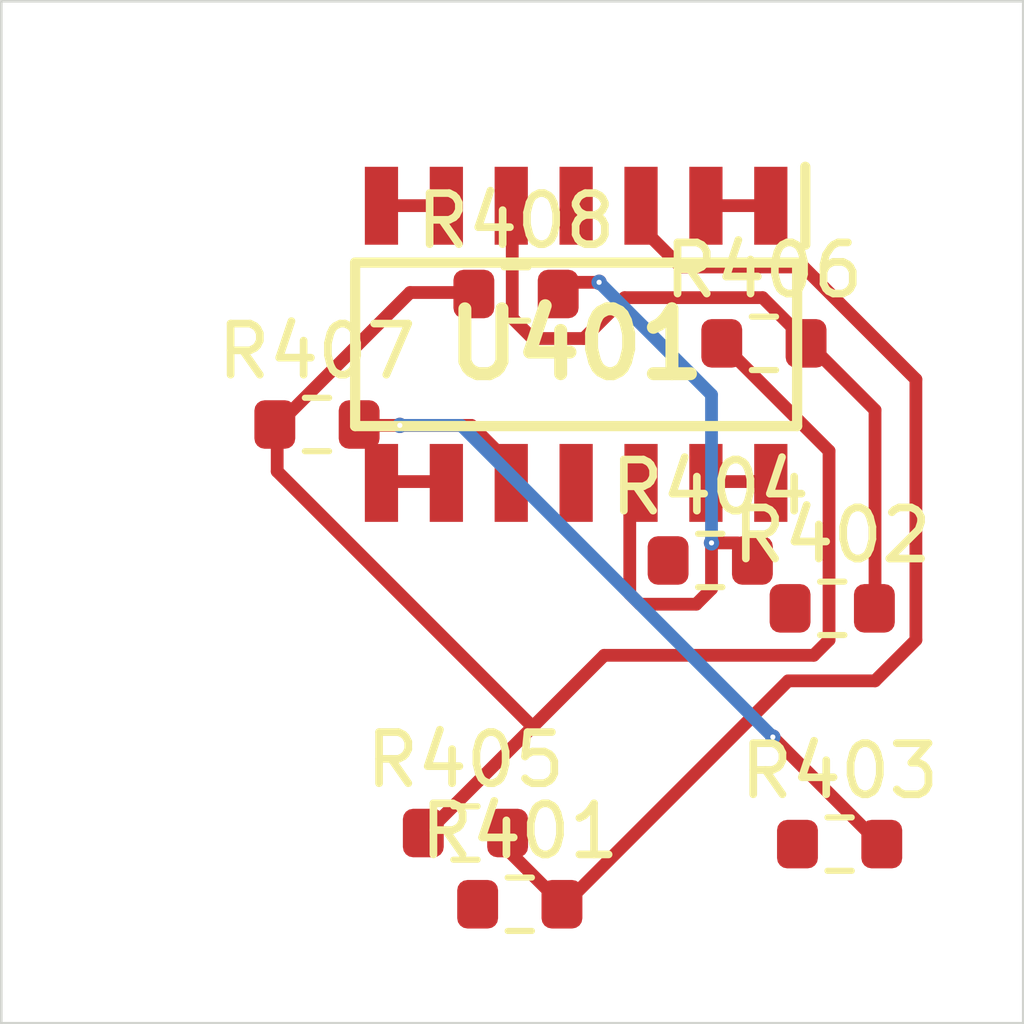
<source format=kicad_pcb>
 ( kicad_pcb  ( version 20171130 )
 ( host pcbnew 5.1.12-84ad8e8a86~92~ubuntu18.04.1 )
 ( general  ( thickness 1.6 )
 ( drawings 4 )
 ( tracks 0 )
 ( zones 0 )
 ( modules 9 )
 ( nets 14 )
)
 ( page A4 )
 ( layers  ( 0 F.Cu signal )
 ( 31 B.Cu signal )
 ( 32 B.Adhes user )
 ( 33 F.Adhes user )
 ( 34 B.Paste user )
 ( 35 F.Paste user )
 ( 36 B.SilkS user )
 ( 37 F.SilkS user )
 ( 38 B.Mask user )
 ( 39 F.Mask user )
 ( 40 Dwgs.User user )
 ( 41 Cmts.User user )
 ( 42 Eco1.User user )
 ( 43 Eco2.User user )
 ( 44 Edge.Cuts user )
 ( 45 Margin user )
 ( 46 B.CrtYd user )
 ( 47 F.CrtYd user )
 ( 48 B.Fab user )
 ( 49 F.Fab user )
)
 ( setup  ( last_trace_width 0.25 )
 ( trace_clearance 0.2 )
 ( zone_clearance 0.508 )
 ( zone_45_only no )
 ( trace_min 0.2 )
 ( via_size 0.8 )
 ( via_drill 0.4 )
 ( via_min_size 0.4 )
 ( via_min_drill 0.3 )
 ( uvia_size 0.3 )
 ( uvia_drill 0.1 )
 ( uvias_allowed no )
 ( uvia_min_size 0.2 )
 ( uvia_min_drill 0.1 )
 ( edge_width 0.05 )
 ( segment_width 0.2 )
 ( pcb_text_width 0.3 )
 ( pcb_text_size 1.5 1.5 )
 ( mod_edge_width 0.12 )
 ( mod_text_size 1 1 )
 ( mod_text_width 0.15 )
 ( pad_size 1.524 1.524 )
 ( pad_drill 0.762 )
 ( pad_to_mask_clearance 0 )
 ( aux_axis_origin 0 0 )
 ( visible_elements FFFFFF7F )
 ( pcbplotparams  ( layerselection 0x010fc_ffffffff )
 ( usegerberextensions false )
 ( usegerberattributes true )
 ( usegerberadvancedattributes true )
 ( creategerberjobfile true )
 ( excludeedgelayer true )
 ( linewidth 0.100000 )
 ( plotframeref false )
 ( viasonmask false )
 ( mode 1 )
 ( useauxorigin false )
 ( hpglpennumber 1 )
 ( hpglpenspeed 20 )
 ( hpglpendiameter 15.000000 )
 ( psnegative false )
 ( psa4output false )
 ( plotreference true )
 ( plotvalue true )
 ( plotinvisibletext false )
 ( padsonsilk false )
 ( subtractmaskfromsilk false )
 ( outputformat 1 )
 ( mirror false )
 ( drillshape 1 )
 ( scaleselection 1 )
 ( outputdirectory "" )
)
)
 ( net 0 "" )
 ( net 1 /Sheet6235D886/vp )
 ( net 2 /Sheet6248AD22/chn0 )
 ( net 3 /Sheet6248AD22/chn1 )
 ( net 4 /Sheet6248AD22/chn2 )
 ( net 5 /Sheet6248AD22/chn3 )
 ( net 6 "Net-(R401-Pad2)" )
 ( net 7 "Net-(R402-Pad2)" )
 ( net 8 "Net-(R403-Pad2)" )
 ( net 9 "Net-(R404-Pad2)" )
 ( net 10 /Sheet6248AD22/chn0_n )
 ( net 11 /Sheet6248AD22/chn1_n )
 ( net 12 /Sheet6248AD22/chn2_n )
 ( net 13 /Sheet6248AD22/chn3_n )
 ( net_class Default "This is the default net class."  ( clearance 0.2 )
 ( trace_width 0.25 )
 ( via_dia 0.8 )
 ( via_drill 0.4 )
 ( uvia_dia 0.3 )
 ( uvia_drill 0.1 )
 ( add_net /Sheet6235D886/vp )
 ( add_net /Sheet6248AD22/chn0 )
 ( add_net /Sheet6248AD22/chn0_n )
 ( add_net /Sheet6248AD22/chn1 )
 ( add_net /Sheet6248AD22/chn1_n )
 ( add_net /Sheet6248AD22/chn2 )
 ( add_net /Sheet6248AD22/chn2_n )
 ( add_net /Sheet6248AD22/chn3 )
 ( add_net /Sheet6248AD22/chn3_n )
 ( add_net "Net-(R401-Pad2)" )
 ( add_net "Net-(R402-Pad2)" )
 ( add_net "Net-(R403-Pad2)" )
 ( add_net "Net-(R404-Pad2)" )
)
 ( module Resistor_SMD:R_0603_1608Metric  ( layer F.Cu )
 ( tedit 5F68FEEE )
 ( tstamp 623425C8 )
 ( at 90.148000 117.672000 )
 ( descr "Resistor SMD 0603 (1608 Metric), square (rectangular) end terminal, IPC_7351 nominal, (Body size source: IPC-SM-782 page 72, https://www.pcb-3d.com/wordpress/wp-content/uploads/ipc-sm-782a_amendment_1_and_2.pdf), generated with kicad-footprint-generator" )
 ( tags resistor )
 ( path /6248AD23/6249ADFD )
 ( attr smd )
 ( fp_text reference R401  ( at 0 -1.43 )
 ( layer F.SilkS )
 ( effects  ( font  ( size 1 1 )
 ( thickness 0.15 )
)
)
)
 ( fp_text value 10M  ( at 0 1.43 )
 ( layer F.Fab )
 ( effects  ( font  ( size 1 1 )
 ( thickness 0.15 )
)
)
)
 ( fp_line  ( start -0.8 0.4125 )
 ( end -0.8 -0.4125 )
 ( layer F.Fab )
 ( width 0.1 )
)
 ( fp_line  ( start -0.8 -0.4125 )
 ( end 0.8 -0.4125 )
 ( layer F.Fab )
 ( width 0.1 )
)
 ( fp_line  ( start 0.8 -0.4125 )
 ( end 0.8 0.4125 )
 ( layer F.Fab )
 ( width 0.1 )
)
 ( fp_line  ( start 0.8 0.4125 )
 ( end -0.8 0.4125 )
 ( layer F.Fab )
 ( width 0.1 )
)
 ( fp_line  ( start -0.237258 -0.5225 )
 ( end 0.237258 -0.5225 )
 ( layer F.SilkS )
 ( width 0.12 )
)
 ( fp_line  ( start -0.237258 0.5225 )
 ( end 0.237258 0.5225 )
 ( layer F.SilkS )
 ( width 0.12 )
)
 ( fp_line  ( start -1.48 0.73 )
 ( end -1.48 -0.73 )
 ( layer F.CrtYd )
 ( width 0.05 )
)
 ( fp_line  ( start -1.48 -0.73 )
 ( end 1.48 -0.73 )
 ( layer F.CrtYd )
 ( width 0.05 )
)
 ( fp_line  ( start 1.48 -0.73 )
 ( end 1.48 0.73 )
 ( layer F.CrtYd )
 ( width 0.05 )
)
 ( fp_line  ( start 1.48 0.73 )
 ( end -1.48 0.73 )
 ( layer F.CrtYd )
 ( width 0.05 )
)
 ( fp_text user %R  ( at 0 0 )
 ( layer F.Fab )
 ( effects  ( font  ( size 0.4 0.4 )
 ( thickness 0.06 )
)
)
)
 ( pad 2 smd roundrect  ( at 0.825 0 )
 ( size 0.8 0.95 )
 ( layers F.Cu F.Mask F.Paste )
 ( roundrect_rratio 0.25 )
 ( net 6 "Net-(R401-Pad2)" )
)
 ( pad 1 smd roundrect  ( at -0.825 0 )
 ( size 0.8 0.95 )
 ( layers F.Cu F.Mask F.Paste )
 ( roundrect_rratio 0.25 )
 ( net 10 /Sheet6248AD22/chn0_n )
)
 ( model ${KISYS3DMOD}/Resistor_SMD.3dshapes/R_0603_1608Metric.wrl  ( at  ( xyz 0 0 0 )
)
 ( scale  ( xyz 1 1 1 )
)
 ( rotate  ( xyz 0 0 0 )
)
)
)
 ( module Resistor_SMD:R_0603_1608Metric  ( layer F.Cu )
 ( tedit 5F68FEEE )
 ( tstamp 623425D9 )
 ( at 96.262600 111.881000 )
 ( descr "Resistor SMD 0603 (1608 Metric), square (rectangular) end terminal, IPC_7351 nominal, (Body size source: IPC-SM-782 page 72, https://www.pcb-3d.com/wordpress/wp-content/uploads/ipc-sm-782a_amendment_1_and_2.pdf), generated with kicad-footprint-generator" )
 ( tags resistor )
 ( path /6248AD23/6249B75E )
 ( attr smd )
 ( fp_text reference R402  ( at 0 -1.43 )
 ( layer F.SilkS )
 ( effects  ( font  ( size 1 1 )
 ( thickness 0.15 )
)
)
)
 ( fp_text value 10M  ( at 0 1.43 )
 ( layer F.Fab )
 ( effects  ( font  ( size 1 1 )
 ( thickness 0.15 )
)
)
)
 ( fp_line  ( start 1.48 0.73 )
 ( end -1.48 0.73 )
 ( layer F.CrtYd )
 ( width 0.05 )
)
 ( fp_line  ( start 1.48 -0.73 )
 ( end 1.48 0.73 )
 ( layer F.CrtYd )
 ( width 0.05 )
)
 ( fp_line  ( start -1.48 -0.73 )
 ( end 1.48 -0.73 )
 ( layer F.CrtYd )
 ( width 0.05 )
)
 ( fp_line  ( start -1.48 0.73 )
 ( end -1.48 -0.73 )
 ( layer F.CrtYd )
 ( width 0.05 )
)
 ( fp_line  ( start -0.237258 0.5225 )
 ( end 0.237258 0.5225 )
 ( layer F.SilkS )
 ( width 0.12 )
)
 ( fp_line  ( start -0.237258 -0.5225 )
 ( end 0.237258 -0.5225 )
 ( layer F.SilkS )
 ( width 0.12 )
)
 ( fp_line  ( start 0.8 0.4125 )
 ( end -0.8 0.4125 )
 ( layer F.Fab )
 ( width 0.1 )
)
 ( fp_line  ( start 0.8 -0.4125 )
 ( end 0.8 0.4125 )
 ( layer F.Fab )
 ( width 0.1 )
)
 ( fp_line  ( start -0.8 -0.4125 )
 ( end 0.8 -0.4125 )
 ( layer F.Fab )
 ( width 0.1 )
)
 ( fp_line  ( start -0.8 0.4125 )
 ( end -0.8 -0.4125 )
 ( layer F.Fab )
 ( width 0.1 )
)
 ( fp_text user %R  ( at 0 0 )
 ( layer F.Fab )
 ( effects  ( font  ( size 0.4 0.4 )
 ( thickness 0.06 )
)
)
)
 ( pad 1 smd roundrect  ( at -0.825 0 )
 ( size 0.8 0.95 )
 ( layers F.Cu F.Mask F.Paste )
 ( roundrect_rratio 0.25 )
 ( net 11 /Sheet6248AD22/chn1_n )
)
 ( pad 2 smd roundrect  ( at 0.825 0 )
 ( size 0.8 0.95 )
 ( layers F.Cu F.Mask F.Paste )
 ( roundrect_rratio 0.25 )
 ( net 7 "Net-(R402-Pad2)" )
)
 ( model ${KISYS3DMOD}/Resistor_SMD.3dshapes/R_0603_1608Metric.wrl  ( at  ( xyz 0 0 0 )
)
 ( scale  ( xyz 1 1 1 )
)
 ( rotate  ( xyz 0 0 0 )
)
)
)
 ( module Resistor_SMD:R_0603_1608Metric  ( layer F.Cu )
 ( tedit 5F68FEEE )
 ( tstamp 623425EA )
 ( at 96.407200 116.495000 )
 ( descr "Resistor SMD 0603 (1608 Metric), square (rectangular) end terminal, IPC_7351 nominal, (Body size source: IPC-SM-782 page 72, https://www.pcb-3d.com/wordpress/wp-content/uploads/ipc-sm-782a_amendment_1_and_2.pdf), generated with kicad-footprint-generator" )
 ( tags resistor )
 ( path /6248AD23/6249FB7A )
 ( attr smd )
 ( fp_text reference R403  ( at 0 -1.43 )
 ( layer F.SilkS )
 ( effects  ( font  ( size 1 1 )
 ( thickness 0.15 )
)
)
)
 ( fp_text value 10M  ( at 0 1.43 )
 ( layer F.Fab )
 ( effects  ( font  ( size 1 1 )
 ( thickness 0.15 )
)
)
)
 ( fp_line  ( start 1.48 0.73 )
 ( end -1.48 0.73 )
 ( layer F.CrtYd )
 ( width 0.05 )
)
 ( fp_line  ( start 1.48 -0.73 )
 ( end 1.48 0.73 )
 ( layer F.CrtYd )
 ( width 0.05 )
)
 ( fp_line  ( start -1.48 -0.73 )
 ( end 1.48 -0.73 )
 ( layer F.CrtYd )
 ( width 0.05 )
)
 ( fp_line  ( start -1.48 0.73 )
 ( end -1.48 -0.73 )
 ( layer F.CrtYd )
 ( width 0.05 )
)
 ( fp_line  ( start -0.237258 0.5225 )
 ( end 0.237258 0.5225 )
 ( layer F.SilkS )
 ( width 0.12 )
)
 ( fp_line  ( start -0.237258 -0.5225 )
 ( end 0.237258 -0.5225 )
 ( layer F.SilkS )
 ( width 0.12 )
)
 ( fp_line  ( start 0.8 0.4125 )
 ( end -0.8 0.4125 )
 ( layer F.Fab )
 ( width 0.1 )
)
 ( fp_line  ( start 0.8 -0.4125 )
 ( end 0.8 0.4125 )
 ( layer F.Fab )
 ( width 0.1 )
)
 ( fp_line  ( start -0.8 -0.4125 )
 ( end 0.8 -0.4125 )
 ( layer F.Fab )
 ( width 0.1 )
)
 ( fp_line  ( start -0.8 0.4125 )
 ( end -0.8 -0.4125 )
 ( layer F.Fab )
 ( width 0.1 )
)
 ( fp_text user %R  ( at 0 0 )
 ( layer F.Fab )
 ( effects  ( font  ( size 0.4 0.4 )
 ( thickness 0.06 )
)
)
)
 ( pad 1 smd roundrect  ( at -0.825 0 )
 ( size 0.8 0.95 )
 ( layers F.Cu F.Mask F.Paste )
 ( roundrect_rratio 0.25 )
 ( net 12 /Sheet6248AD22/chn2_n )
)
 ( pad 2 smd roundrect  ( at 0.825 0 )
 ( size 0.8 0.95 )
 ( layers F.Cu F.Mask F.Paste )
 ( roundrect_rratio 0.25 )
 ( net 8 "Net-(R403-Pad2)" )
)
 ( model ${KISYS3DMOD}/Resistor_SMD.3dshapes/R_0603_1608Metric.wrl  ( at  ( xyz 0 0 0 )
)
 ( scale  ( xyz 1 1 1 )
)
 ( rotate  ( xyz 0 0 0 )
)
)
)
 ( module Resistor_SMD:R_0603_1608Metric  ( layer F.Cu )
 ( tedit 5F68FEEE )
 ( tstamp 623425FB )
 ( at 93.875200 110.944000 )
 ( descr "Resistor SMD 0603 (1608 Metric), square (rectangular) end terminal, IPC_7351 nominal, (Body size source: IPC-SM-782 page 72, https://www.pcb-3d.com/wordpress/wp-content/uploads/ipc-sm-782a_amendment_1_and_2.pdf), generated with kicad-footprint-generator" )
 ( tags resistor )
 ( path /6248AD23/6249FB74 )
 ( attr smd )
 ( fp_text reference R404  ( at 0 -1.43 )
 ( layer F.SilkS )
 ( effects  ( font  ( size 1 1 )
 ( thickness 0.15 )
)
)
)
 ( fp_text value 10M  ( at 0 1.43 )
 ( layer F.Fab )
 ( effects  ( font  ( size 1 1 )
 ( thickness 0.15 )
)
)
)
 ( fp_line  ( start -0.8 0.4125 )
 ( end -0.8 -0.4125 )
 ( layer F.Fab )
 ( width 0.1 )
)
 ( fp_line  ( start -0.8 -0.4125 )
 ( end 0.8 -0.4125 )
 ( layer F.Fab )
 ( width 0.1 )
)
 ( fp_line  ( start 0.8 -0.4125 )
 ( end 0.8 0.4125 )
 ( layer F.Fab )
 ( width 0.1 )
)
 ( fp_line  ( start 0.8 0.4125 )
 ( end -0.8 0.4125 )
 ( layer F.Fab )
 ( width 0.1 )
)
 ( fp_line  ( start -0.237258 -0.5225 )
 ( end 0.237258 -0.5225 )
 ( layer F.SilkS )
 ( width 0.12 )
)
 ( fp_line  ( start -0.237258 0.5225 )
 ( end 0.237258 0.5225 )
 ( layer F.SilkS )
 ( width 0.12 )
)
 ( fp_line  ( start -1.48 0.73 )
 ( end -1.48 -0.73 )
 ( layer F.CrtYd )
 ( width 0.05 )
)
 ( fp_line  ( start -1.48 -0.73 )
 ( end 1.48 -0.73 )
 ( layer F.CrtYd )
 ( width 0.05 )
)
 ( fp_line  ( start 1.48 -0.73 )
 ( end 1.48 0.73 )
 ( layer F.CrtYd )
 ( width 0.05 )
)
 ( fp_line  ( start 1.48 0.73 )
 ( end -1.48 0.73 )
 ( layer F.CrtYd )
 ( width 0.05 )
)
 ( fp_text user %R  ( at 0 0 )
 ( layer F.Fab )
 ( effects  ( font  ( size 0.4 0.4 )
 ( thickness 0.06 )
)
)
)
 ( pad 2 smd roundrect  ( at 0.825 0 )
 ( size 0.8 0.95 )
 ( layers F.Cu F.Mask F.Paste )
 ( roundrect_rratio 0.25 )
 ( net 9 "Net-(R404-Pad2)" )
)
 ( pad 1 smd roundrect  ( at -0.825 0 )
 ( size 0.8 0.95 )
 ( layers F.Cu F.Mask F.Paste )
 ( roundrect_rratio 0.25 )
 ( net 13 /Sheet6248AD22/chn3_n )
)
 ( model ${KISYS3DMOD}/Resistor_SMD.3dshapes/R_0603_1608Metric.wrl  ( at  ( xyz 0 0 0 )
)
 ( scale  ( xyz 1 1 1 )
)
 ( rotate  ( xyz 0 0 0 )
)
)
)
 ( module Resistor_SMD:R_0603_1608Metric  ( layer F.Cu )
 ( tedit 5F68FEEE )
 ( tstamp 6234260C )
 ( at 89.084600 116.278000 )
 ( descr "Resistor SMD 0603 (1608 Metric), square (rectangular) end terminal, IPC_7351 nominal, (Body size source: IPC-SM-782 page 72, https://www.pcb-3d.com/wordpress/wp-content/uploads/ipc-sm-782a_amendment_1_and_2.pdf), generated with kicad-footprint-generator" )
 ( tags resistor )
 ( path /6248AD23/62497F62 )
 ( attr smd )
 ( fp_text reference R405  ( at 0 -1.43 )
 ( layer F.SilkS )
 ( effects  ( font  ( size 1 1 )
 ( thickness 0.15 )
)
)
)
 ( fp_text value 750k  ( at 0 1.43 )
 ( layer F.Fab )
 ( effects  ( font  ( size 1 1 )
 ( thickness 0.15 )
)
)
)
 ( fp_line  ( start -0.8 0.4125 )
 ( end -0.8 -0.4125 )
 ( layer F.Fab )
 ( width 0.1 )
)
 ( fp_line  ( start -0.8 -0.4125 )
 ( end 0.8 -0.4125 )
 ( layer F.Fab )
 ( width 0.1 )
)
 ( fp_line  ( start 0.8 -0.4125 )
 ( end 0.8 0.4125 )
 ( layer F.Fab )
 ( width 0.1 )
)
 ( fp_line  ( start 0.8 0.4125 )
 ( end -0.8 0.4125 )
 ( layer F.Fab )
 ( width 0.1 )
)
 ( fp_line  ( start -0.237258 -0.5225 )
 ( end 0.237258 -0.5225 )
 ( layer F.SilkS )
 ( width 0.12 )
)
 ( fp_line  ( start -0.237258 0.5225 )
 ( end 0.237258 0.5225 )
 ( layer F.SilkS )
 ( width 0.12 )
)
 ( fp_line  ( start -1.48 0.73 )
 ( end -1.48 -0.73 )
 ( layer F.CrtYd )
 ( width 0.05 )
)
 ( fp_line  ( start -1.48 -0.73 )
 ( end 1.48 -0.73 )
 ( layer F.CrtYd )
 ( width 0.05 )
)
 ( fp_line  ( start 1.48 -0.73 )
 ( end 1.48 0.73 )
 ( layer F.CrtYd )
 ( width 0.05 )
)
 ( fp_line  ( start 1.48 0.73 )
 ( end -1.48 0.73 )
 ( layer F.CrtYd )
 ( width 0.05 )
)
 ( fp_text user %R  ( at 0 0 )
 ( layer F.Fab )
 ( effects  ( font  ( size 0.4 0.4 )
 ( thickness 0.06 )
)
)
)
 ( pad 2 smd roundrect  ( at 0.825 0 )
 ( size 0.8 0.95 )
 ( layers F.Cu F.Mask F.Paste )
 ( roundrect_rratio 0.25 )
 ( net 6 "Net-(R401-Pad2)" )
)
 ( pad 1 smd roundrect  ( at -0.825 0 )
 ( size 0.8 0.95 )
 ( layers F.Cu F.Mask F.Paste )
 ( roundrect_rratio 0.25 )
 ( net 1 /Sheet6235D886/vp )
)
 ( model ${KISYS3DMOD}/Resistor_SMD.3dshapes/R_0603_1608Metric.wrl  ( at  ( xyz 0 0 0 )
)
 ( scale  ( xyz 1 1 1 )
)
 ( rotate  ( xyz 0 0 0 )
)
)
)
 ( module Resistor_SMD:R_0603_1608Metric  ( layer F.Cu )
 ( tedit 5F68FEEE )
 ( tstamp 6234261D )
 ( at 94.925500 106.695000 )
 ( descr "Resistor SMD 0603 (1608 Metric), square (rectangular) end terminal, IPC_7351 nominal, (Body size source: IPC-SM-782 page 72, https://www.pcb-3d.com/wordpress/wp-content/uploads/ipc-sm-782a_amendment_1_and_2.pdf), generated with kicad-footprint-generator" )
 ( tags resistor )
 ( path /6248AD23/62499098 )
 ( attr smd )
 ( fp_text reference R406  ( at 0 -1.43 )
 ( layer F.SilkS )
 ( effects  ( font  ( size 1 1 )
 ( thickness 0.15 )
)
)
)
 ( fp_text value 750k  ( at 0 1.43 )
 ( layer F.Fab )
 ( effects  ( font  ( size 1 1 )
 ( thickness 0.15 )
)
)
)
 ( fp_line  ( start 1.48 0.73 )
 ( end -1.48 0.73 )
 ( layer F.CrtYd )
 ( width 0.05 )
)
 ( fp_line  ( start 1.48 -0.73 )
 ( end 1.48 0.73 )
 ( layer F.CrtYd )
 ( width 0.05 )
)
 ( fp_line  ( start -1.48 -0.73 )
 ( end 1.48 -0.73 )
 ( layer F.CrtYd )
 ( width 0.05 )
)
 ( fp_line  ( start -1.48 0.73 )
 ( end -1.48 -0.73 )
 ( layer F.CrtYd )
 ( width 0.05 )
)
 ( fp_line  ( start -0.237258 0.5225 )
 ( end 0.237258 0.5225 )
 ( layer F.SilkS )
 ( width 0.12 )
)
 ( fp_line  ( start -0.237258 -0.5225 )
 ( end 0.237258 -0.5225 )
 ( layer F.SilkS )
 ( width 0.12 )
)
 ( fp_line  ( start 0.8 0.4125 )
 ( end -0.8 0.4125 )
 ( layer F.Fab )
 ( width 0.1 )
)
 ( fp_line  ( start 0.8 -0.4125 )
 ( end 0.8 0.4125 )
 ( layer F.Fab )
 ( width 0.1 )
)
 ( fp_line  ( start -0.8 -0.4125 )
 ( end 0.8 -0.4125 )
 ( layer F.Fab )
 ( width 0.1 )
)
 ( fp_line  ( start -0.8 0.4125 )
 ( end -0.8 -0.4125 )
 ( layer F.Fab )
 ( width 0.1 )
)
 ( fp_text user %R  ( at 0 0 )
 ( layer F.Fab )
 ( effects  ( font  ( size 0.4 0.4 )
 ( thickness 0.06 )
)
)
)
 ( pad 1 smd roundrect  ( at -0.825 0 )
 ( size 0.8 0.95 )
 ( layers F.Cu F.Mask F.Paste )
 ( roundrect_rratio 0.25 )
 ( net 1 /Sheet6235D886/vp )
)
 ( pad 2 smd roundrect  ( at 0.825 0 )
 ( size 0.8 0.95 )
 ( layers F.Cu F.Mask F.Paste )
 ( roundrect_rratio 0.25 )
 ( net 7 "Net-(R402-Pad2)" )
)
 ( model ${KISYS3DMOD}/Resistor_SMD.3dshapes/R_0603_1608Metric.wrl  ( at  ( xyz 0 0 0 )
)
 ( scale  ( xyz 1 1 1 )
)
 ( rotate  ( xyz 0 0 0 )
)
)
)
 ( module Resistor_SMD:R_0603_1608Metric  ( layer F.Cu )
 ( tedit 5F68FEEE )
 ( tstamp 6234262E )
 ( at 86.178600 108.283000 )
 ( descr "Resistor SMD 0603 (1608 Metric), square (rectangular) end terminal, IPC_7351 nominal, (Body size source: IPC-SM-782 page 72, https://www.pcb-3d.com/wordpress/wp-content/uploads/ipc-sm-782a_amendment_1_and_2.pdf), generated with kicad-footprint-generator" )
 ( tags resistor )
 ( path /6248AD23/624A0FFB )
 ( attr smd )
 ( fp_text reference R407  ( at 0 -1.43 )
 ( layer F.SilkS )
 ( effects  ( font  ( size 1 1 )
 ( thickness 0.15 )
)
)
)
 ( fp_text value 1.5M  ( at 0 1.43 )
 ( layer F.Fab )
 ( effects  ( font  ( size 1 1 )
 ( thickness 0.15 )
)
)
)
 ( fp_line  ( start 1.48 0.73 )
 ( end -1.48 0.73 )
 ( layer F.CrtYd )
 ( width 0.05 )
)
 ( fp_line  ( start 1.48 -0.73 )
 ( end 1.48 0.73 )
 ( layer F.CrtYd )
 ( width 0.05 )
)
 ( fp_line  ( start -1.48 -0.73 )
 ( end 1.48 -0.73 )
 ( layer F.CrtYd )
 ( width 0.05 )
)
 ( fp_line  ( start -1.48 0.73 )
 ( end -1.48 -0.73 )
 ( layer F.CrtYd )
 ( width 0.05 )
)
 ( fp_line  ( start -0.237258 0.5225 )
 ( end 0.237258 0.5225 )
 ( layer F.SilkS )
 ( width 0.12 )
)
 ( fp_line  ( start -0.237258 -0.5225 )
 ( end 0.237258 -0.5225 )
 ( layer F.SilkS )
 ( width 0.12 )
)
 ( fp_line  ( start 0.8 0.4125 )
 ( end -0.8 0.4125 )
 ( layer F.Fab )
 ( width 0.1 )
)
 ( fp_line  ( start 0.8 -0.4125 )
 ( end 0.8 0.4125 )
 ( layer F.Fab )
 ( width 0.1 )
)
 ( fp_line  ( start -0.8 -0.4125 )
 ( end 0.8 -0.4125 )
 ( layer F.Fab )
 ( width 0.1 )
)
 ( fp_line  ( start -0.8 0.4125 )
 ( end -0.8 -0.4125 )
 ( layer F.Fab )
 ( width 0.1 )
)
 ( fp_text user %R  ( at 0 0 )
 ( layer F.Fab )
 ( effects  ( font  ( size 0.4 0.4 )
 ( thickness 0.06 )
)
)
)
 ( pad 1 smd roundrect  ( at -0.825 0 )
 ( size 0.8 0.95 )
 ( layers F.Cu F.Mask F.Paste )
 ( roundrect_rratio 0.25 )
 ( net 1 /Sheet6235D886/vp )
)
 ( pad 2 smd roundrect  ( at 0.825 0 )
 ( size 0.8 0.95 )
 ( layers F.Cu F.Mask F.Paste )
 ( roundrect_rratio 0.25 )
 ( net 8 "Net-(R403-Pad2)" )
)
 ( model ${KISYS3DMOD}/Resistor_SMD.3dshapes/R_0603_1608Metric.wrl  ( at  ( xyz 0 0 0 )
)
 ( scale  ( xyz 1 1 1 )
)
 ( rotate  ( xyz 0 0 0 )
)
)
)
 ( module Resistor_SMD:R_0603_1608Metric  ( layer F.Cu )
 ( tedit 5F68FEEE )
 ( tstamp 6234263F )
 ( at 90.074100 105.729000 )
 ( descr "Resistor SMD 0603 (1608 Metric), square (rectangular) end terminal, IPC_7351 nominal, (Body size source: IPC-SM-782 page 72, https://www.pcb-3d.com/wordpress/wp-content/uploads/ipc-sm-782a_amendment_1_and_2.pdf), generated with kicad-footprint-generator" )
 ( tags resistor )
 ( path /6248AD23/624A093C )
 ( attr smd )
 ( fp_text reference R408  ( at 0 -1.43 )
 ( layer F.SilkS )
 ( effects  ( font  ( size 1 1 )
 ( thickness 0.15 )
)
)
)
 ( fp_text value 1.5M  ( at 0 1.43 )
 ( layer F.Fab )
 ( effects  ( font  ( size 1 1 )
 ( thickness 0.15 )
)
)
)
 ( fp_line  ( start -0.8 0.4125 )
 ( end -0.8 -0.4125 )
 ( layer F.Fab )
 ( width 0.1 )
)
 ( fp_line  ( start -0.8 -0.4125 )
 ( end 0.8 -0.4125 )
 ( layer F.Fab )
 ( width 0.1 )
)
 ( fp_line  ( start 0.8 -0.4125 )
 ( end 0.8 0.4125 )
 ( layer F.Fab )
 ( width 0.1 )
)
 ( fp_line  ( start 0.8 0.4125 )
 ( end -0.8 0.4125 )
 ( layer F.Fab )
 ( width 0.1 )
)
 ( fp_line  ( start -0.237258 -0.5225 )
 ( end 0.237258 -0.5225 )
 ( layer F.SilkS )
 ( width 0.12 )
)
 ( fp_line  ( start -0.237258 0.5225 )
 ( end 0.237258 0.5225 )
 ( layer F.SilkS )
 ( width 0.12 )
)
 ( fp_line  ( start -1.48 0.73 )
 ( end -1.48 -0.73 )
 ( layer F.CrtYd )
 ( width 0.05 )
)
 ( fp_line  ( start -1.48 -0.73 )
 ( end 1.48 -0.73 )
 ( layer F.CrtYd )
 ( width 0.05 )
)
 ( fp_line  ( start 1.48 -0.73 )
 ( end 1.48 0.73 )
 ( layer F.CrtYd )
 ( width 0.05 )
)
 ( fp_line  ( start 1.48 0.73 )
 ( end -1.48 0.73 )
 ( layer F.CrtYd )
 ( width 0.05 )
)
 ( fp_text user %R  ( at 0 0 )
 ( layer F.Fab )
 ( effects  ( font  ( size 0.4 0.4 )
 ( thickness 0.06 )
)
)
)
 ( pad 2 smd roundrect  ( at 0.825 0 )
 ( size 0.8 0.95 )
 ( layers F.Cu F.Mask F.Paste )
 ( roundrect_rratio 0.25 )
 ( net 9 "Net-(R404-Pad2)" )
)
 ( pad 1 smd roundrect  ( at -0.825 0 )
 ( size 0.8 0.95 )
 ( layers F.Cu F.Mask F.Paste )
 ( roundrect_rratio 0.25 )
 ( net 1 /Sheet6235D886/vp )
)
 ( model ${KISYS3DMOD}/Resistor_SMD.3dshapes/R_0603_1608Metric.wrl  ( at  ( xyz 0 0 0 )
)
 ( scale  ( xyz 1 1 1 )
)
 ( rotate  ( xyz 0 0 0 )
)
)
)
 ( module TL074HIDR:SOIC127P600X175-14N locked  ( layer F.Cu )
 ( tedit 62336F37 )
 ( tstamp 62342709 )
 ( at 91.250400 106.714000 270.000000 )
 ( descr "D (-R-PDSO-G14)" )
 ( tags "Integrated Circuit" )
 ( path /6248AD23/624976B2 )
 ( attr smd )
 ( fp_text reference U401  ( at 0 0 )
 ( layer F.SilkS )
 ( effects  ( font  ( size 1.27 1.27 )
 ( thickness 0.254 )
)
)
)
 ( fp_text value TL074  ( at 0 0 )
 ( layer F.SilkS )
hide  ( effects  ( font  ( size 1.27 1.27 )
 ( thickness 0.254 )
)
)
)
 ( fp_line  ( start -3.725 -4.625 )
 ( end 3.725 -4.625 )
 ( layer Dwgs.User )
 ( width 0.05 )
)
 ( fp_line  ( start 3.725 -4.625 )
 ( end 3.725 4.625 )
 ( layer Dwgs.User )
 ( width 0.05 )
)
 ( fp_line  ( start 3.725 4.625 )
 ( end -3.725 4.625 )
 ( layer Dwgs.User )
 ( width 0.05 )
)
 ( fp_line  ( start -3.725 4.625 )
 ( end -3.725 -4.625 )
 ( layer Dwgs.User )
 ( width 0.05 )
)
 ( fp_line  ( start -1.95 -4.325 )
 ( end 1.95 -4.325 )
 ( layer Dwgs.User )
 ( width 0.1 )
)
 ( fp_line  ( start 1.95 -4.325 )
 ( end 1.95 4.325 )
 ( layer Dwgs.User )
 ( width 0.1 )
)
 ( fp_line  ( start 1.95 4.325 )
 ( end -1.95 4.325 )
 ( layer Dwgs.User )
 ( width 0.1 )
)
 ( fp_line  ( start -1.95 4.325 )
 ( end -1.95 -4.325 )
 ( layer Dwgs.User )
 ( width 0.1 )
)
 ( fp_line  ( start -1.95 -3.055 )
 ( end -0.68 -4.325 )
 ( layer Dwgs.User )
 ( width 0.1 )
)
 ( fp_line  ( start -1.6 -4.325 )
 ( end 1.6 -4.325 )
 ( layer F.SilkS )
 ( width 0.2 )
)
 ( fp_line  ( start 1.6 -4.325 )
 ( end 1.6 4.325 )
 ( layer F.SilkS )
 ( width 0.2 )
)
 ( fp_line  ( start 1.6 4.325 )
 ( end -1.6 4.325 )
 ( layer F.SilkS )
 ( width 0.2 )
)
 ( fp_line  ( start -1.6 4.325 )
 ( end -1.6 -4.325 )
 ( layer F.SilkS )
 ( width 0.2 )
)
 ( fp_line  ( start -3.475 -4.485 )
 ( end -1.95 -4.485 )
 ( layer F.SilkS )
 ( width 0.2 )
)
 ( pad 1 smd rect  ( at -2.712 -3.81 )
 ( size 0.65 1.525 )
 ( layers F.Cu F.Mask F.Paste )
 ( net 2 /Sheet6248AD22/chn0 )
)
 ( pad 2 smd rect  ( at -2.712 -2.54 )
 ( size 0.65 1.525 )
 ( layers F.Cu F.Mask F.Paste )
 ( net 2 /Sheet6248AD22/chn0 )
)
 ( pad 3 smd rect  ( at -2.712 -1.27 )
 ( size 0.65 1.525 )
 ( layers F.Cu F.Mask F.Paste )
 ( net 6 "Net-(R401-Pad2)" )
)
 ( pad 4 smd rect  ( at -2.712 0 )
 ( size 0.65 1.525 )
 ( layers F.Cu F.Mask F.Paste )
)
 ( pad 5 smd rect  ( at -2.712 1.27 )
 ( size 0.65 1.525 )
 ( layers F.Cu F.Mask F.Paste )
 ( net 7 "Net-(R402-Pad2)" )
)
 ( pad 6 smd rect  ( at -2.712 2.54 )
 ( size 0.65 1.525 )
 ( layers F.Cu F.Mask F.Paste )
 ( net 3 /Sheet6248AD22/chn1 )
)
 ( pad 7 smd rect  ( at -2.712 3.81 )
 ( size 0.65 1.525 )
 ( layers F.Cu F.Mask F.Paste )
 ( net 3 /Sheet6248AD22/chn1 )
)
 ( pad 8 smd rect  ( at 2.712 3.81 )
 ( size 0.65 1.525 )
 ( layers F.Cu F.Mask F.Paste )
 ( net 4 /Sheet6248AD22/chn2 )
)
 ( pad 9 smd rect  ( at 2.712 2.54 )
 ( size 0.65 1.525 )
 ( layers F.Cu F.Mask F.Paste )
 ( net 4 /Sheet6248AD22/chn2 )
)
 ( pad 10 smd rect  ( at 2.712 1.27 )
 ( size 0.65 1.525 )
 ( layers F.Cu F.Mask F.Paste )
 ( net 8 "Net-(R403-Pad2)" )
)
 ( pad 11 smd rect  ( at 2.712 0 )
 ( size 0.65 1.525 )
 ( layers F.Cu F.Mask F.Paste )
)
 ( pad 12 smd rect  ( at 2.712 -1.27 )
 ( size 0.65 1.525 )
 ( layers F.Cu F.Mask F.Paste )
 ( net 9 "Net-(R404-Pad2)" )
)
 ( pad 13 smd rect  ( at 2.712 -2.54 )
 ( size 0.65 1.525 )
 ( layers F.Cu F.Mask F.Paste )
 ( net 5 /Sheet6248AD22/chn3 )
)
 ( pad 14 smd rect  ( at 2.712 -3.81 )
 ( size 0.65 1.525 )
 ( layers F.Cu F.Mask F.Paste )
 ( net 5 /Sheet6248AD22/chn3 )
)
)
 ( gr_line  ( start 100 100 )
 ( end 100 120 )
 ( layer Edge.Cuts )
 ( width 0.05 )
 ( tstamp 62E76D2A )
)
 ( gr_line  ( start 80 120 )
 ( end 100 120 )
 ( layer Edge.Cuts )
 ( width 0.05 )
 ( tstamp 62E76D27 )
)
 ( gr_line  ( start 80 100 )
 ( end 80 120 )
 ( layer Edge.Cuts )
 ( width 0.05 )
 ( tstamp 6234110C )
)
 ( gr_line  ( start 80 100 )
 ( end 100 100 )
 ( layer Edge.Cuts )
 ( width 0.05 )
)
 ( segment  ( start 94.100001 106.700002 )
 ( end 96.200001 108.800002 )
 ( width 0.250000 )
 ( layer F.Cu )
 ( net 1 )
)
 ( segment  ( start 96.200001 108.800002 )
 ( end 96.200001 112.500002 )
 ( width 0.250000 )
 ( layer F.Cu )
 ( net 1 )
)
 ( segment  ( start 96.200001 112.500002 )
 ( end 95.900001 112.800002 )
 ( width 0.250000 )
 ( layer F.Cu )
 ( net 1 )
)
 ( segment  ( start 95.900001 112.800002 )
 ( end 91.800001 112.800002 )
 ( width 0.250000 )
 ( layer F.Cu )
 ( net 1 )
)
 ( segment  ( start 91.800001 112.800002 )
 ( end 88.300001 116.300002 )
 ( width 0.250000 )
 ( layer F.Cu )
 ( net 1 )
)
 ( segment  ( start 85.400001 108.300002 )
 ( end 85.400001 109.200002 )
 ( width 0.250000 )
 ( layer F.Cu )
 ( net 1 )
)
 ( segment  ( start 85.400001 109.200002 )
 ( end 90.400001 114.200002 )
 ( width 0.250000 )
 ( layer F.Cu )
 ( net 1 )
)
 ( segment  ( start 89.200001 105.700002 )
 ( end 88.000001 105.700002 )
 ( width 0.250000 )
 ( layer F.Cu )
 ( net 1 )
)
 ( segment  ( start 88.000001 105.700002 )
 ( end 85.400001 108.300002 )
 ( width 0.250000 )
 ( layer F.Cu )
 ( net 1 )
)
 ( segment  ( start 93.800001 104.000002 )
 ( end 95.100001 104.000002 )
 ( width 0.250000 )
 ( layer F.Cu )
 ( net 2 )
)
 ( segment  ( start 87.400001 104.000002 )
 ( end 88.700001 104.000002 )
 ( width 0.250000 )
 ( layer F.Cu )
 ( net 3 )
)
 ( segment  ( start 88.700001 109.400002 )
 ( end 87.400001 109.400002 )
 ( width 0.250000 )
 ( layer F.Cu )
 ( net 4 )
)
 ( segment  ( start 95.100001 109.400002 )
 ( end 93.800001 109.400002 )
 ( width 0.250000 )
 ( layer F.Cu )
 ( net 5 )
)
 ( segment  ( start 89.900001 116.300002 )
 ( end 89.900001 116.600002 )
 ( width 0.250000 )
 ( layer F.Cu )
 ( net 6 )
)
 ( segment  ( start 89.900001 116.600002 )
 ( end 91.000001 117.700002 )
 ( width 0.250000 )
 ( layer F.Cu )
 ( net 6 )
)
 ( segment  ( start 92.500001 104.000002 )
 ( end 92.500001 104.400002 )
 ( width 0.250000 )
 ( layer F.Cu )
 ( net 6 )
)
 ( segment  ( start 92.500001 104.400002 )
 ( end 93.300001 105.200002 )
 ( width 0.250000 )
 ( layer F.Cu )
 ( net 6 )
)
 ( segment  ( start 93.300001 105.200002 )
 ( end 95.700001 105.200002 )
 ( width 0.250000 )
 ( layer F.Cu )
 ( net 6 )
)
 ( segment  ( start 95.700001 105.200002 )
 ( end 97.900001 107.400002 )
 ( width 0.250000 )
 ( layer F.Cu )
 ( net 6 )
)
 ( segment  ( start 97.900001 107.400002 )
 ( end 97.900001 112.500002 )
 ( width 0.250000 )
 ( layer F.Cu )
 ( net 6 )
)
 ( segment  ( start 97.900001 112.500002 )
 ( end 97.100001 113.300002 )
 ( width 0.250000 )
 ( layer F.Cu )
 ( net 6 )
)
 ( segment  ( start 97.100001 113.300002 )
 ( end 95.400001 113.300002 )
 ( width 0.250000 )
 ( layer F.Cu )
 ( net 6 )
)
 ( segment  ( start 95.400001 113.300002 )
 ( end 91.000001 117.700002 )
 ( width 0.250000 )
 ( layer F.Cu )
 ( net 6 )
)
 ( segment  ( start 95.800001 106.700002 )
 ( end 97.100001 108.000002 )
 ( width 0.250000 )
 ( layer F.Cu )
 ( net 7 )
)
 ( segment  ( start 97.100001 108.000002 )
 ( end 97.100001 111.900002 )
 ( width 0.250000 )
 ( layer F.Cu )
 ( net 7 )
)
 ( segment  ( start 90.000001 104.000002 )
 ( end 90.000001 106.200002 )
 ( width 0.250000 )
 ( layer F.Cu )
 ( net 7 )
)
 ( segment  ( start 90.000001 106.200002 )
 ( end 90.400001 106.600002 )
 ( width 0.250000 )
 ( layer F.Cu )
 ( net 7 )
)
 ( segment  ( start 90.400001 106.600002 )
 ( end 91.400001 106.600002 )
 ( width 0.250000 )
 ( layer F.Cu )
 ( net 7 )
)
 ( segment  ( start 91.400001 106.600002 )
 ( end 92.200001 105.800002 )
 ( width 0.250000 )
 ( layer F.Cu )
 ( net 7 )
)
 ( segment  ( start 92.200001 105.800002 )
 ( end 94.900001 105.800002 )
 ( width 0.250000 )
 ( layer F.Cu )
 ( net 7 )
)
 ( segment  ( start 94.900001 105.800002 )
 ( end 95.800001 106.700002 )
 ( width 0.250000 )
 ( layer F.Cu )
 ( net 7 )
)
 ( segment  ( start 87.000001 108.300002 )
 ( end 87.800001 108.300002 )
 ( width 0.250000 )
 ( layer F.Cu )
 ( net 8 )
)
 ( segment  ( start 87.800001 108.300002 )
 ( end 89.000001 108.300002 )
 ( width 0.250000 )
 ( layer B.Cu )
 ( net 8 )
)
 ( segment  ( start 89.000001 108.300002 )
 ( end 95.100001 114.400002 )
 ( width 0.250000 )
 ( layer B.Cu )
 ( net 8 )
)
 ( segment  ( start 95.100001 114.400002 )
 ( end 97.200001 116.500002 )
 ( width 0.250000 )
 ( layer F.Cu )
 ( net 8 )
)
 ( segment  ( start 90.000001 109.400002 )
 ( end 90.000001 109.100002 )
 ( width 0.250000 )
 ( layer F.Cu )
 ( net 8 )
)
 ( segment  ( start 90.000001 109.100002 )
 ( end 89.200001 108.300002 )
 ( width 0.250000 )
 ( layer F.Cu )
 ( net 8 )
)
 ( segment  ( start 89.200001 108.300002 )
 ( end 87.800001 108.300002 )
 ( width 0.250000 )
 ( layer F.Cu )
 ( net 8 )
)
 ( via micro  ( at 87.800001 108.300002 )
 ( size 0.300000 )
 ( drill 0.100000 )
 ( layers F.Cu B.Cu )
 ( net 8 )
)
 ( via micro  ( at 95.100001 114.400002 )
 ( size 0.300000 )
 ( drill 0.100000 )
 ( layers F.Cu B.Cu )
 ( net 8 )
)
 ( segment  ( start 90.900001 105.700002 )
 ( end 91.100001 105.500002 )
 ( width 0.250000 )
 ( layer F.Cu )
 ( net 9 )
)
 ( segment  ( start 91.100001 105.500002 )
 ( end 91.700001 105.500002 )
 ( width 0.250000 )
 ( layer F.Cu )
 ( net 9 )
)
 ( segment  ( start 91.700001 105.500002 )
 ( end 93.900001 107.700002 )
 ( width 0.250000 )
 ( layer B.Cu )
 ( net 9 )
)
 ( segment  ( start 93.900001 107.700002 )
 ( end 93.900001 110.600002 )
 ( width 0.250000 )
 ( layer B.Cu )
 ( net 9 )
)
 ( segment  ( start 93.900001 110.600002 )
 ( end 94.400001 110.600002 )
 ( width 0.250000 )
 ( layer F.Cu )
 ( net 9 )
)
 ( segment  ( start 94.400001 110.600002 )
 ( end 94.700001 110.900002 )
 ( width 0.250000 )
 ( layer F.Cu )
 ( net 9 )
)
 ( segment  ( start 92.500001 109.400002 )
 ( end 92.300001 109.600002 )
 ( width 0.250000 )
 ( layer F.Cu )
 ( net 9 )
)
 ( segment  ( start 92.300001 109.600002 )
 ( end 92.300001 111.600002 )
 ( width 0.250000 )
 ( layer F.Cu )
 ( net 9 )
)
 ( segment  ( start 92.300001 111.600002 )
 ( end 92.500001 111.800002 )
 ( width 0.250000 )
 ( layer F.Cu )
 ( net 9 )
)
 ( segment  ( start 92.500001 111.800002 )
 ( end 93.600001 111.800002 )
 ( width 0.250000 )
 ( layer F.Cu )
 ( net 9 )
)
 ( segment  ( start 93.600001 111.800002 )
 ( end 93.900001 111.500002 )
 ( width 0.250000 )
 ( layer F.Cu )
 ( net 9 )
)
 ( segment  ( start 93.900001 111.500002 )
 ( end 93.900001 110.600002 )
 ( width 0.250000 )
 ( layer F.Cu )
 ( net 9 )
)
 ( via micro  ( at 91.700001 105.500002 )
 ( size 0.300000 )
 ( drill 0.100000 )
 ( layers F.Cu B.Cu )
 ( net 9 )
)
 ( via micro  ( at 93.900001 110.600002 )
 ( size 0.300000 )
 ( drill 0.100000 )
 ( layers F.Cu B.Cu )
 ( net 9 )
)
)

</source>
